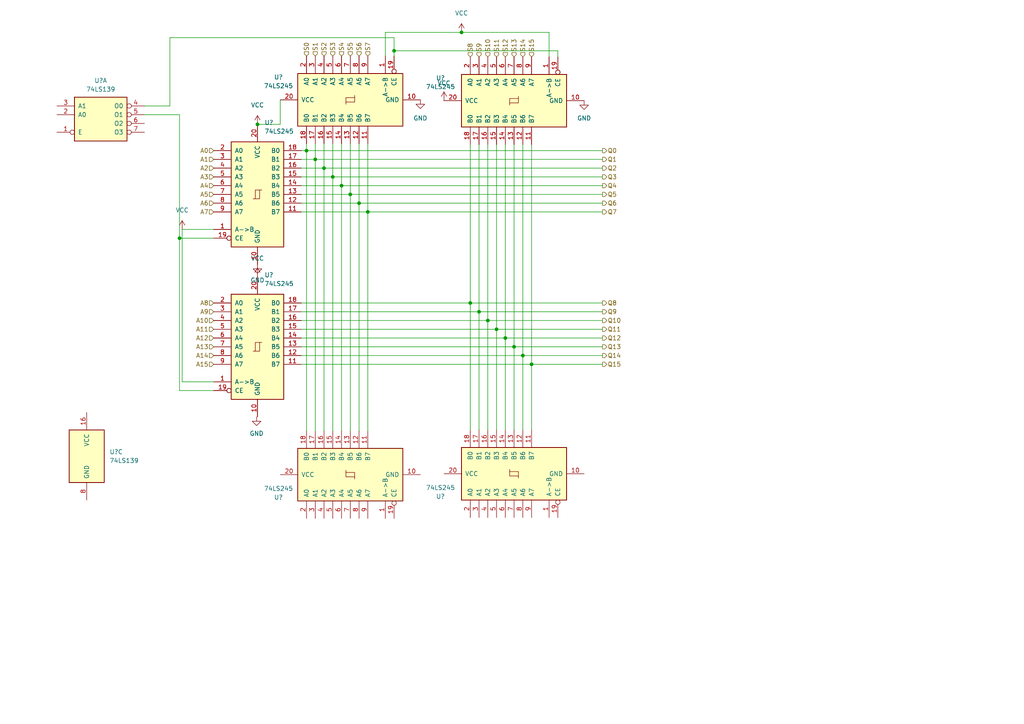
<source format=kicad_sch>
(kicad_sch (version 20211123) (generator eeschema)
  (paper "A4")
  (lib_symbols
    (symbol "74xx:74LS139" (pin_names (offset 1.016))
      (property "Reference" "U" (at -7.62 8.89 0))
      (property "Value" "74LS139" (at -7.62 -8.89 0))
      (symbol "74LS139_1_0"
        (pin input inverted (at -12.7 -5.08 0) (length 5.08) (name "E") (number "1"))
        (pin input line (at -12.7 0 0) (length 5.08) (name "A0") (number "2"))
        (pin input line (at -12.7 2.54 0) (length 5.08) (name "A1") (number "3"))
        (pin output inverted (at 12.7 2.54 180) (length 5.08) (name "O0") (number "4"))
        (pin output inverted (at 12.7 0 180) (length 5.08) (name "O1") (number "5"))
        (pin output inverted (at 12.7 -2.54 180) (length 5.08) (name "O2") (number "6"))
        (pin output inverted (at 12.7 -5.08 180) (length 5.08) (name "O3") (number "7"))
      )
      (symbol "74LS139_1_1"
        (rectangle (start -7.62 5.08) (end 7.62 -7.62) (stroke (width 0.254)) (fill (type background)))
      )
      (symbol "74LS139_2_0"
        (pin output inverted (at 12.7 -2.54 180) (length 5.08) (name "O2") (number "10"))
        (pin output inverted (at 12.7 0 180) (length 5.08) (name "O1") (number "11"))
        (pin output inverted (at 12.7 2.54 180) (length 5.08) (name "O0") (number "12"))
        (pin input line (at -12.7 2.54 0) (length 5.08) (name "A1") (number "13"))
        (pin input line (at -12.7 0 0) (length 5.08) (name "A0") (number "14"))
        (pin input inverted (at -12.7 -5.08 0) (length 5.08) (name "E") (number "15"))
        (pin output inverted (at 12.7 -5.08 180) (length 5.08) (name "O3") (number "9"))
      )
      (symbol "74LS139_2_1"
        (rectangle (start -7.62 5.08) (end 7.62 -7.62) (stroke (width 0.254)) (fill (type background)))
      )
      (symbol "74LS139_3_0"
        (pin power_in line (at 0 12.7 270) (length 5.08) (name "VCC") (number "16"))
        (pin power_in line (at 0 -12.7 90) (length 5.08) (name "GND") (number "8"))
      )
      (symbol "74LS139_3_1"
        (rectangle (start -5.08 7.62) (end 5.08 -7.62) (stroke (width 0.254)) (fill (type background)))
      )
    )
    (symbol "74xx:74LS245" (pin_names (offset 1.016))
      (property "Reference" "U" (at -7.62 16.51 0))
      (property "Value" "74LS245" (at -7.62 -16.51 0))
      (symbol "74LS245_1_0"
        (polyline (pts (xy -0.635 -1.27) (xy -0.635 1.27) (xy 0.635 1.27)))
        (polyline (pts (xy -1.27 -1.27) (xy 0.635 -1.27) (xy 0.635 1.27) (xy 1.27 1.27)))
        (pin input line (at -12.7 -10.16 0) (length 5.08) (name "A->B") (number "1"))
        (pin power_in line (at 0 -20.32 90) (length 5.08) (name "GND") (number "10"))
        (pin tri_state line (at 12.7 -5.08 180) (length 5.08) (name "B7") (number "11"))
        (pin tri_state line (at 12.7 -2.54 180) (length 5.08) (name "B6") (number "12"))
        (pin tri_state line (at 12.7 0 180) (length 5.08) (name "B5") (number "13"))
        (pin tri_state line (at 12.7 2.54 180) (length 5.08) (name "B4") (number "14"))
        (pin tri_state line (at 12.7 5.08 180) (length 5.08) (name "B3") (number "15"))
        (pin tri_state line (at 12.7 7.62 180) (length 5.08) (name "B2") (number "16"))
        (pin tri_state line (at 12.7 10.16 180) (length 5.08) (name "B1") (number "17"))
        (pin tri_state line (at 12.7 12.7 180) (length 5.08) (name "B0") (number "18"))
        (pin input inverted (at -12.7 -12.7 0) (length 5.08) (name "CE") (number "19"))
        (pin tri_state line (at -12.7 12.7 0) (length 5.08) (name "A0") (number "2"))
        (pin power_in line (at 0 20.32 270) (length 5.08) (name "VCC") (number "20"))
        (pin tri_state line (at -12.7 10.16 0) (length 5.08) (name "A1") (number "3"))
        (pin tri_state line (at -12.7 7.62 0) (length 5.08) (name "A2") (number "4"))
        (pin tri_state line (at -12.7 5.08 0) (length 5.08) (name "A3") (number "5"))
        (pin tri_state line (at -12.7 2.54 0) (length 5.08) (name "A4") (number "6"))
        (pin tri_state line (at -12.7 0 0) (length 5.08) (name "A5") (number "7"))
        (pin tri_state line (at -12.7 -2.54 0) (length 5.08) (name "A6") (number "8"))
        (pin tri_state line (at -12.7 -5.08 0) (length 5.08) (name "A7") (number "9"))
      )
      (symbol "74LS245_1_1"
        (rectangle (start -7.62 15.24) (end 7.62 -15.24) (stroke (width 0.254)) (fill (type background)))
      )
    )
    (symbol "power:GND" (power) (pin_names (offset 0))
      (property "Value" "GND" (at 0 -3.81 0))
      (symbol "GND_0_1"
        (polyline (pts (xy 0 0) (xy 0 -1.27) (xy 1.27 -1.27) (xy 0 -2.54) (xy -1.27 -1.27) (xy 0 -1.27)))
      )
      (symbol "GND_1_1"
        (pin power_in line (at 0 0 270) (length 0) hide (name "GND") (number "1"))
      )
    )
    (symbol "power:VCC" (power) (pin_names (offset 0))
      (property "Value" "VCC" (at 0 3.81 0))
      (symbol "VCC_0_1"
        (polyline (pts (xy -0.762 1.27) (xy 0 2.54)))
        (polyline (pts (xy 0 0) (xy 0 2.54)))
        (polyline (pts (xy 0 2.54) (xy 0.762 1.27)))
      )
      (symbol "VCC_1_1"
        (pin power_in line (at 0 0 90) (length 0) hide (name "VCC") (number "1"))
      )
    )
  )
  (junction (at 101.6 56.388))
  (junction (at 88.9 43.688))
  (junction (at 52.07 69.088))
  (junction (at 96.52 51.308))
  (junction (at 104.14 58.928))
  (junction (at 136.398 87.884))
  (junction (at 91.44 46.228))
  (junction (at 133.858 9.398))
  (junction (at 106.68 61.468))
  (junction (at 99.06 53.848))
  (junction (at 141.478 92.964))
  (junction (at 114.3 14.732))
  (junction (at 74.676 36.068))
  (junction (at 149.098 100.584))
  (junction (at 151.638 103.124))
  (junction (at 146.558 98.044))
  (junction (at 144.018 95.504))
  (junction (at 154.178 105.664))
  (junction (at 138.938 90.424))
  (junction (at 93.98 48.768))
  (wire (pts (xy 146.558 124.714) (xy 146.558 98.044)))
  (wire (pts (xy 104.14 41.656) (xy 104.14 58.928)))
  (wire (pts (xy 87.376 56.388) (xy 101.6 56.388)))
  (wire (pts (xy 87.376 92.964) (xy 141.478 92.964)))
  (wire (pts (xy 61.976 110.744) (xy 52.832 110.744)))
  (wire (pts (xy 52.07 33.274) (xy 41.91 33.274)))
  (wire (pts (xy 93.98 41.656) (xy 93.98 48.768)))
  (wire (pts (xy 91.44 46.228) (xy 91.44 41.656)))
  (wire (pts (xy 111.76 16.256) (xy 111.76 9.398)))
  (wire (pts (xy 52.07 69.088) (xy 52.07 33.274)))
  (wire (pts (xy 87.376 43.688) (xy 88.9 43.688)))
  (wire (pts (xy 87.376 100.584) (xy 149.098 100.584)))
  (wire (pts (xy 52.832 66.548) (xy 61.976 66.548)))
  (wire (pts (xy 101.6 41.656) (xy 101.6 56.388)))
  (wire (pts (xy 161.798 14.732) (xy 161.798 16.51)))
  (wire (pts (xy 101.6 56.388) (xy 101.6 124.968)))
  (wire (pts (xy 52.07 113.284) (xy 52.07 69.088)))
  (wire (pts (xy 41.91 30.734) (xy 49.276 30.734)))
  (wire (pts (xy 88.9 43.688) (xy 88.9 124.968)))
  (wire (pts (xy 114.3 10.922) (xy 114.3 14.732)))
  (wire (pts (xy 88.9 43.688) (xy 88.9 41.656)))
  (wire (pts (xy 141.478 41.91) (xy 141.478 92.964)))
  (wire (pts (xy 96.52 41.656) (xy 96.52 51.308)))
  (wire (pts (xy 138.938 41.91) (xy 138.938 90.424)))
  (wire (pts (xy 151.638 124.714) (xy 151.638 103.124)))
  (wire (pts (xy 93.98 48.768) (xy 174.752 48.768)))
  (wire (pts (xy 104.14 58.928) (xy 104.14 124.968)))
  (wire (pts (xy 93.98 48.768) (xy 93.98 124.968)))
  (wire (pts (xy 87.376 98.044) (xy 146.558 98.044)))
  (wire (pts (xy 154.178 124.714) (xy 154.178 105.664)))
  (wire (pts (xy 106.68 41.656) (xy 106.68 61.468)))
  (wire (pts (xy 87.376 103.124) (xy 151.638 103.124)))
  (wire (pts (xy 87.376 53.848) (xy 99.06 53.848)))
  (wire (pts (xy 87.376 105.664) (xy 154.178 105.664)))
  (wire (pts (xy 144.018 124.714) (xy 144.018 95.504)))
  (wire (pts (xy 146.558 41.91) (xy 146.558 98.044)))
  (wire (pts (xy 144.018 95.504) (xy 174.752 95.504)))
  (wire (pts (xy 146.558 98.044) (xy 174.752 98.044)))
  (wire (pts (xy 87.376 46.228) (xy 91.44 46.228)))
  (wire (pts (xy 96.52 51.308) (xy 174.752 51.308)))
  (wire (pts (xy 136.398 87.884) (xy 174.752 87.884)))
  (wire (pts (xy 154.178 105.664) (xy 174.752 105.664)))
  (wire (pts (xy 81.28 36.068) (xy 81.28 28.956)))
  (wire (pts (xy 136.398 87.884) (xy 136.398 124.714)))
  (wire (pts (xy 87.376 61.468) (xy 106.68 61.468)))
  (wire (pts (xy 106.68 61.468) (xy 174.752 61.468)))
  (wire (pts (xy 99.06 53.848) (xy 174.752 53.848)))
  (wire (pts (xy 91.44 46.228) (xy 91.44 124.968)))
  (wire (pts (xy 101.6 56.388) (xy 174.752 56.388)))
  (wire (pts (xy 87.376 87.884) (xy 136.398 87.884)))
  (wire (pts (xy 136.398 41.91) (xy 136.398 87.884)))
  (wire (pts (xy 61.976 113.284) (xy 52.07 113.284)))
  (wire (pts (xy 149.098 41.91) (xy 149.098 100.584)))
  (wire (pts (xy 99.06 41.656) (xy 99.06 53.848)))
  (wire (pts (xy 149.098 124.714) (xy 149.098 100.584)))
  (wire (pts (xy 159.258 9.398) (xy 159.258 16.51)))
  (wire (pts (xy 87.376 95.504) (xy 144.018 95.504)))
  (wire (pts (xy 151.638 41.91) (xy 151.638 103.124)))
  (wire (pts (xy 91.44 46.228) (xy 174.752 46.228)))
  (wire (pts (xy 52.832 110.744) (xy 52.832 66.548)))
  (wire (pts (xy 114.3 14.732) (xy 161.798 14.732)))
  (wire (pts (xy 138.938 90.424) (xy 138.938 124.714)))
  (wire (pts (xy 141.478 92.964) (xy 174.752 92.964)))
  (wire (pts (xy 138.938 90.424) (xy 174.752 90.424)))
  (wire (pts (xy 151.638 103.124) (xy 174.752 103.124)))
  (wire (pts (xy 104.14 58.928) (xy 174.752 58.928)))
  (wire (pts (xy 106.68 61.468) (xy 106.68 124.968)))
  (wire (pts (xy 111.76 9.398) (xy 133.858 9.398)))
  (wire (pts (xy 87.376 51.308) (xy 96.52 51.308)))
  (wire (pts (xy 87.376 90.424) (xy 138.938 90.424)))
  (wire (pts (xy 49.276 30.734) (xy 49.276 10.922)))
  (wire (pts (xy 88.9 43.688) (xy 174.752 43.688)))
  (wire (pts (xy 74.676 36.068) (xy 81.28 36.068)))
  (wire (pts (xy 52.07 69.088) (xy 61.976 69.088)))
  (wire (pts (xy 99.06 53.848) (xy 99.06 124.968)))
  (wire (pts (xy 144.018 41.91) (xy 144.018 95.504)))
  (wire (pts (xy 133.858 9.398) (xy 159.258 9.398)))
  (wire (pts (xy 49.276 10.922) (xy 114.3 10.922)))
  (wire (pts (xy 154.178 41.91) (xy 154.178 105.664)))
  (wire (pts (xy 87.376 58.928) (xy 104.14 58.928)))
  (wire (pts (xy 87.376 48.768) (xy 93.98 48.768)))
  (wire (pts (xy 96.52 51.308) (xy 96.52 124.968)))
  (wire (pts (xy 114.3 16.256) (xy 114.3 14.732)))
  (wire (pts (xy 141.478 124.714) (xy 141.478 92.964)))
  (wire (pts (xy 149.098 100.584) (xy 174.752 100.584)))
  (hierarchical_label "S14" (shape input) (at 151.638 16.51 90))
  (hierarchical_label "A15" (shape input) (at 61.976 105.664 180))
  (hierarchical_label "A11" (shape input) (at 61.976 95.504 180))
  (hierarchical_label "A8" (shape input) (at 61.976 87.884 180))
  (hierarchical_label "Q2" (shape output) (at 174.752 48.768 0))
  (hierarchical_label "A9" (shape input) (at 61.976 90.424 180))
  (hierarchical_label "Q14" (shape output) (at 174.752 103.124 0))
  (hierarchical_label "S5" (shape input) (at 101.6 16.256 90))
  (hierarchical_label "S11" (shape input) (at 144.018 16.51 90))
  (hierarchical_label "Q15" (shape output) (at 174.752 105.664 0))
  (hierarchical_label "A12" (shape input) (at 61.976 98.044 180))
  (hierarchical_label "Q13" (shape output) (at 174.752 100.584 0))
  (hierarchical_label "Q9" (shape output) (at 174.752 90.424 0))
  (hierarchical_label "S7" (shape input) (at 106.68 16.256 90))
  (hierarchical_label "S13" (shape input) (at 149.098 16.51 90))
  (hierarchical_label "A13" (shape input) (at 61.976 100.584 180))
  (hierarchical_label "Q6" (shape output) (at 174.752 58.928 0))
  (hierarchical_label "A6" (shape input) (at 61.976 58.928 180))
  (hierarchical_label "A5" (shape input) (at 61.976 56.388 180))
  (hierarchical_label "S10" (shape input) (at 141.478 16.51 90))
  (hierarchical_label "Q12" (shape output) (at 174.752 98.044 0))
  (hierarchical_label "S8" (shape input) (at 136.398 16.51 90))
  (hierarchical_label "A0" (shape input) (at 61.976 43.688 180))
  (hierarchical_label "Q3" (shape output) (at 174.752 51.308 0))
  (hierarchical_label "A4" (shape input) (at 61.976 53.848 180))
  (hierarchical_label "Q0" (shape output) (at 174.752 43.688 0))
  (hierarchical_label "A1" (shape input) (at 61.976 46.228 180))
  (hierarchical_label "S2" (shape input) (at 93.98 16.256 90))
  (hierarchical_label "Q11" (shape output) (at 174.752 95.504 0))
  (hierarchical_label "A2" (shape input) (at 61.976 48.768 180))
  (hierarchical_label "A10" (shape input) (at 61.976 92.964 180))
  (hierarchical_label "Q5" (shape output) (at 174.752 56.388 0))
  (hierarchical_label "A7" (shape input) (at 61.976 61.468 180))
  (hierarchical_label "Q4" (shape output) (at 174.752 53.848 0))
  (hierarchical_label "S12" (shape input) (at 146.558 16.51 90))
  (hierarchical_label "Q10" (shape output) (at 174.752 92.964 0))
  (hierarchical_label "S3" (shape input) (at 96.52 16.256 90))
  (hierarchical_label "S0" (shape input) (at 88.9 16.256 90))
  (hierarchical_label "S15" (shape input) (at 154.178 16.51 90))
  (hierarchical_label "Q8" (shape output) (at 174.752 87.884 0))
  (hierarchical_label "Q1" (shape output) (at 174.752 46.228 0))
  (hierarchical_label "A14" (shape input) (at 61.976 103.124 180))
  (hierarchical_label "S6" (shape input) (at 104.14 16.256 90))
  (hierarchical_label "A3" (shape input) (at 61.976 51.308 180))
  (hierarchical_label "Q7" (shape output) (at 174.752 61.468 0))
  (hierarchical_label "S4" (shape input) (at 99.06 16.256 90))
  (hierarchical_label "S9" (shape input) (at 138.938 16.51 90))
  (hierarchical_label "S1" (shape input) (at 91.44 16.256 90))
  (symbol (lib_id "74xx:74LS245") (at 74.676 56.388 0) (unit 1)
    (property "Reference" "U?" (at 76.6954 35.56 0) (effects (justify left)))
    (property "Value" "74LS245" (at 76.6954 38.1 0) (effects (justify left)))
    (property "Datasheet" "http://www.ti.com/lit/gpn/sn74LS245" (effects hide))
  )
  (symbol (lib_id "74xx:74LS245") (at 74.676 100.584 0) (unit 1)
    (property "Reference" "U?" (at 76.6954 79.756 0) (effects (justify left)))
    (property "Value" "74LS245" (at 76.6954 82.296 0) (effects (justify left)))
    (property "Datasheet" "http://www.ti.com/lit/gpn/sn74LS245" (effects hide))
  )
  (symbol (lib_id "power:VCC") (at 74.676 36.068 0) (unit 1)
    (property "Reference" "#PWR?" (effects hide))
    (property "Value" "VCC" (at 74.676 30.48 0))
  )
  (symbol (lib_id "power:VCC") (at 133.858 9.398 0) (unit 1)
    (property "Reference" "#PWR?" (effects hide))
    (property "Value" "VCC" (at 133.858 3.81 0))
  )
  (symbol (lib_id "power:VCC") (at 128.778 29.21 0) (unit 1)
    (property "Reference" "#PWR?" (effects hide))
    (property "Value" "VCC" (at 128.778 24.13 0))
  )
  (symbol (lib_id "74xx:74LS139") (at 25.146 132.334 0) (unit 3)
    (property "Reference" "U?" (at 31.75 131.0639 0) (effects (justify left)))
    (property "Value" "74LS139" (at 31.75 133.6039 0) (effects (justify left)))
    (property "Datasheet" "http://www.ti.com/lit/ds/symlink/sn74ls139a.pdf" (effects hide))
  )
  (symbol (lib_id "74xx:74LS245") (at 101.6 137.668 90) (unit 1)
    (property "Reference" "U?" (at 80.772 144.2468 90))
    (property "Value" "74LS245" (at 80.772 141.7068 90))
    (property "Datasheet" "http://www.ti.com/lit/gpn/sn74LS245" (effects hide))
  )
  (symbol (lib_id "74xx:74LS245") (at 149.098 29.21 90) (mirror x) (unit 1)
    (property "Reference" "U?" (at 127.762 22.6312 90))
    (property "Value" "74LS245" (at 127.762 25.1712 90))
    (property "Datasheet" "http://www.ti.com/lit/gpn/sn74LS245" (effects hide))
  )
  (symbol (lib_id "power:GND") (at 169.418 29.21 0) (unit 1)
    (property "Reference" "#PWR?" (effects hide))
    (property "Value" "GND" (at 169.418 34.29 0))
  )
  (symbol (lib_id "power:GND") (at 74.422 120.904 0) (unit 1)
    (property "Reference" "#PWR?" (effects hide))
    (property "Value" "GND" (at 74.422 125.73 0))
  )
  (symbol (lib_id "74xx:74LS139") (at 29.21 33.274 0) (unit 1)
    (property "Reference" "U?" (at 29.21 23.368 0))
    (property "Value" "74LS139" (at 29.21 25.908 0))
    (property "Datasheet" "http://www.ti.com/lit/ds/symlink/sn74ls139a.pdf" (effects hide))
  )
  (symbol (lib_id "power:VCC") (at 74.676 80.264 0) (unit 1)
    (property "Reference" "#PWR?" (effects hide))
    (property "Value" "VCC" (at 74.676 74.93 0))
  )
  (symbol (lib_id "power:VCC") (at 52.832 66.548 0) (unit 1)
    (property "Reference" "#PWR?" (effects hide))
    (property "Value" "VCC" (at 52.832 60.96 0))
  )
  (symbol (lib_id "74xx:74LS245") (at 149.098 137.414 90) (unit 1)
    (property "Reference" "U?" (at 127.762 143.9928 90))
    (property "Value" "74LS245" (at 127.762 141.4528 90))
    (property "Datasheet" "http://www.ti.com/lit/gpn/sn74LS245" (effects hide))
  )
  (symbol (lib_id "74xx:74LS245") (at 101.6 28.956 90) (mirror x) (unit 1)
    (property "Reference" "U?" (at 80.772 22.3772 90))
    (property "Value" "74LS245" (at 80.772 24.9172 90))
    (property "Datasheet" "http://www.ti.com/lit/gpn/sn74LS245" (effects hide))
  )
  (symbol (lib_id "power:GND") (at 74.676 76.708 0) (unit 1)
    (property "Reference" "#PWR?" (effects hide))
    (property "Value" "GND" (at 74.676 81.28 0))
  )
  (symbol (lib_id "power:GND") (at 121.92 28.956 0) (unit 1)
    (property "Reference" "#PWR?" (effects hide))
    (property "Value" "GND" (at 121.92 34.29 0))
  )
)
</source>
